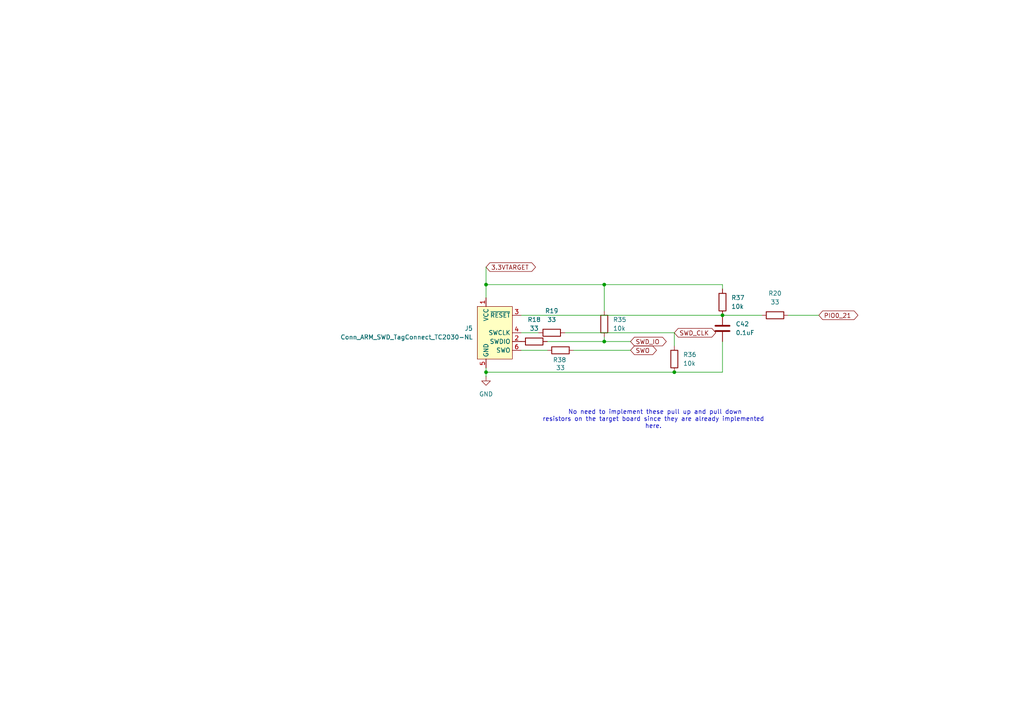
<source format=kicad_sch>
(kicad_sch (version 20250114) (generator "eeschema") (generator_version "9.0")
  (paper "A4")
  (lib_symbols
    (symbol "Connector:Conn_ARM_SWD_TagConnect_TC2030-NL" (in_bom no)
      (property "Reference" "J" (at 2.54 11.43 0))
      (property "Value" "Conn_ARM_SWD_TagConnect_TC2030-NL" (at 2.54 8.89 0))
      (symbol "Conn_ARM_SWD_TagConnect_TC2030-NL_0_0"
        (pin power_in line (at -2.54 10.16 270) (length 2.54) (name "VCC") (number "1"))
        (pin power_in line (at -2.54 -10.16 90) (length 2.54) (name "GND") (number "5"))
        (pin open_collector line (at 7.62 5.08 180) (length 2.54) (name "~{RESET}") (number "3"))
        (pin output line (at 7.62 0 180) (length 2.54) (name "SWCLK") (number "4"))
        (pin bidirectional line (at 7.62 -2.54 180) (length 2.54) (name "SWDIO") (number "2"))
        (pin input line (at 7.62 -5.08 180) (length 2.54) (name "SWO") (number "6"))
      )
      (symbol "Conn_ARM_SWD_TagConnect_TC2030-NL_0_1"
        (rectangle (start -5.08 7.62) (end 5.08 -7.62) (fill (type background)))
      )
    )
    (symbol "Device:C" (pin_numbers (hide yes)) (pin_names (offset 0.254))
      (property "Reference" "C" (at 0.635 2.54 0))
      (property "Value" "C" (at 0.635 -2.54 0))
      (symbol "C_0_1"
        (polyline (pts (xy -2.032 0.762) (xy 2.032 0.762)) (stroke (width 0.508)))
        (polyline (pts (xy -2.032 -0.762) (xy 2.032 -0.762)) (stroke (width 0.508)))
      )
      (symbol "C_1_1"
        (pin passive line (at 0 3.81 270) (length 2.794) (name "~") (number "1"))
        (pin passive line (at 0 -3.81 90) (length 2.794) (name "~") (number "2"))
      )
    )
    (symbol "Device:R" (pin_numbers (hide yes)) (pin_names (offset 0))
      (property "Reference" "R" (at 2.032 0 90))
      (property "Value" "R" (at 0 0 90))
      (symbol "R_0_1"
        (rectangle (start -1.016 -2.54) (end 1.016 2.54) (stroke (width 0.254)))
      )
      (symbol "R_1_1"
        (pin passive line (at 0 3.81 270) (length 1.27) (name "~") (number "1"))
        (pin passive line (at 0 -3.81 90) (length 1.27) (name "~") (number "2"))
      )
    )
    (symbol "power:GND" (power) (pin_numbers (hide yes)) (pin_names (offset 0) (hide yes))
      (property "Value" "GND" (at 0 -3.81 0))
      (symbol "GND_0_1"
        (polyline (pts (xy 0 0) (xy 0 -1.27) (xy 1.27 -1.27) (xy 0 -2.54) (xy -1.27 -1.27) (xy 0 -1.27)))
      )
      (symbol "GND_1_1"
        (pin power_in line (at 0 0 270) (length 0) (name "~") (number "1"))
      )
    )
  )
  (text "No need to implement these pull up and pull down\nresistors on the target board since they are already implemented \nhere. " (at 189.992 121.666 0) (effects (font (size 1.27 1.27))))
  (junction (at 175.26 82.55))
  (junction (at 140.97 107.95))
  (junction (at 195.58 107.95))
  (junction (at 175.26 99.06))
  (junction (at 140.97 82.55))
  (junction (at 209.55 91.44))
  (wire (pts (xy 140.97 106.68) (xy 140.97 107.95)))
  (wire (pts (xy 151.13 96.52) (xy 156.21 96.52)))
  (wire (pts (xy 166.37 101.6) (xy 182.88 101.6)))
  (wire (pts (xy 175.26 82.55) (xy 209.55 82.55)))
  (wire (pts (xy 158.75 99.06) (xy 175.26 99.06)))
  (wire (pts (xy 209.55 99.06) (xy 209.55 107.95)))
  (wire (pts (xy 140.97 82.55) (xy 175.26 82.55)))
  (wire (pts (xy 175.26 97.79) (xy 175.26 99.06)))
  (wire (pts (xy 195.58 107.95) (xy 209.55 107.95)))
  (wire (pts (xy 151.13 101.6) (xy 158.75 101.6)))
  (wire (pts (xy 151.13 91.44) (xy 209.55 91.44)))
  (wire (pts (xy 163.83 96.52) (xy 195.58 96.52)))
  (wire (pts (xy 175.26 99.06) (xy 182.88 99.06)))
  (wire (pts (xy 195.58 96.52) (xy 195.58 100.33)))
  (wire (pts (xy 195.58 107.95) (xy 140.97 107.95)))
  (wire (pts (xy 140.97 107.95) (xy 140.97 109.22)))
  (wire (pts (xy 140.97 77.47) (xy 140.97 82.55)))
  (wire (pts (xy 175.26 82.55) (xy 175.26 90.17)))
  (wire (pts (xy 228.6 91.44) (xy 237.49 91.44)))
  (wire (pts (xy 140.97 82.55) (xy 140.97 86.36)))
  (wire (pts (xy 209.55 83.82) (xy 209.55 82.55)))
  (wire (pts (xy 209.55 91.44) (xy 220.98 91.44)))
  (global_label "SWD_IO" (shape bidirectional) (at 182.88 99.06 0) (property "Intersheetrefs" "${INTERSHEET_REFS}" (effects (hide yes))))
  (global_label "SWO" (shape bidirectional) (at 182.88 101.6 0) (property "Intersheetrefs" "${INTERSHEET_REFS}" (effects (hide yes))))
  (global_label "3.3VTARGET" (shape bidirectional) (at 140.97 77.47 0) (property "Intersheetrefs" "${INTERSHEET_REFS}" (effects (hide yes))))
  (global_label "PIO0_21" (shape bidirectional) (at 237.49 91.44 0) (property "Intersheetrefs" "${INTERSHEET_REFS}" (effects (hide yes))))
  (global_label "SWD_CLK" (shape bidirectional) (at 195.58 96.52 0) (property "Intersheetrefs" "${INTERSHEET_REFS}" (effects (hide yes))))
  (symbol (lib_id "power:GND") (at 140.97 109.22 0) (unit 1)
    (property "Reference" "#PWR036" (effects (hide yes)))
    (property "Value" "GND" (at 140.97 114.3 0))
    (property "Description" "Power symbol creates a global label with name \"GND\" , ground" (effects (hide yes)))
  )
  (symbol (lib_id "Device:R") (at 162.56 101.6 90) (unit 1)
    (property "Reference" "R38" (at 162.306 104.394 90))
    (property "Value" "33" (at 162.56 106.68 90))
    (property "Footprint" "Resistor_SMD:R_0805_2012Metric_Pad1.20x1.40mm_HandSolder" (effects (hide yes)))
    (property "Description" "Resistor" (effects (hide yes)))
  )
  (symbol (lib_id "Device:R") (at 154.94 99.06 90) (unit 1)
    (property "Reference" "R18" (at 154.94 92.71 90))
    (property "Value" "33" (at 154.94 95.25 90))
    (property "Footprint" "Resistor_SMD:R_0805_2012Metric_Pad1.20x1.40mm_HandSolder" (effects (hide yes)))
    (property "Description" "Resistor" (effects (hide yes)))
  )
  (symbol (lib_id "Device:C") (at 209.55 95.25 0) (unit 1)
    (property "Reference" "C42" (at 213.36 93.9799 0) (effects (justify left)))
    (property "Value" "0.1uF" (at 213.36 96.5199 0) (effects (justify left)))
    (property "Footprint" "Capacitor_SMD:C_0805_2012Metric_Pad1.18x1.45mm_HandSolder" (effects (hide yes)))
    (property "Description" "Unpolarized capacitor" (effects (hide yes)))
  )
  (symbol (lib_id "Connector:Conn_ARM_SWD_TagConnect_TC2030-NL") (at 143.51 96.52 0) (unit 1) (in_bom no)
    (property "Reference" "J5" (at 137.16 95.2499 0) (effects (justify right)))
    (property "Value" "Conn_ARM_SWD_TagConnect_TC2030-NL" (at 137.16 97.7899 0) (effects (justify right)))
    (property "Footprint" "Connector:Tag-Connect_TC2030-IDC-NL_2x03_P1.27mm_Vertical" (effects (hide yes)))
    (property "Datasheet" "https://www.tag-connect.com/wp-content/uploads/bsk-pdf-manager/TC2030-CTX_1.pdf" (effects (hide yes)))
    (property "Description" "Tag-Connect ARM Cortex SWD JTAG connector, 6 pin, no legs" (effects (hide yes)))
  )
  (symbol (lib_id "Device:R") (at 224.79 91.44 90) (unit 1)
    (property "Reference" "R20" (at 224.79 85.09 90))
    (property "Value" "33" (at 224.79 87.63 90))
    (property "Footprint" "Resistor_SMD:R_0805_2012Metric_Pad1.20x1.40mm_HandSolder" (effects (hide yes)))
    (property "Description" "Resistor" (effects (hide yes)))
  )
  (symbol (lib_id "Device:R") (at 160.02 96.52 90) (unit 1)
    (property "Reference" "R19" (at 160.02 90.17 90))
    (property "Value" "33" (at 160.02 92.71 90))
    (property "Footprint" "Resistor_SMD:R_0805_2012Metric_Pad1.20x1.40mm_HandSolder" (effects (hide yes)))
    (property "Description" "Resistor" (effects (hide yes)))
  )
  (symbol (lib_id "Device:R") (at 209.55 87.63 0) (unit 1)
    (property "Reference" "R37" (at 212.09 86.3599 0) (effects (justify left)))
    (property "Value" "10k" (at 212.09 88.8999 0) (effects (justify left)))
    (property "Footprint" "Resistor_SMD:R_0805_2012Metric_Pad1.20x1.40mm_HandSolder" (effects (hide yes)))
    (property "Description" "Resistor" (effects (hide yes)))
  )
  (symbol (lib_id "Device:R") (at 195.58 104.14 0) (unit 1)
    (property "Reference" "R36" (at 198.12 102.8699 0) (effects (justify left)))
    (property "Value" "10k" (at 198.12 105.4099 0) (effects (justify left)))
    (property "Footprint" "Resistor_SMD:R_0805_2012Metric_Pad1.20x1.40mm_HandSolder" (effects (hide yes)))
    (property "Description" "Resistor" (effects (hide yes)))
  )
  (symbol (lib_id "Device:R") (at 175.26 93.98 0) (unit 1)
    (property "Reference" "R35" (at 177.8 92.7099 0) (effects (justify left)))
    (property "Value" "10k" (at 177.8 95.2499 0) (effects (justify left)))
    (property "Footprint" "Resistor_SMD:R_0805_2012Metric_Pad1.20x1.40mm_HandSolder" (effects (hide yes)))
    (property "Description" "Resistor" (effects (hide yes)))
  )
)
</source>
